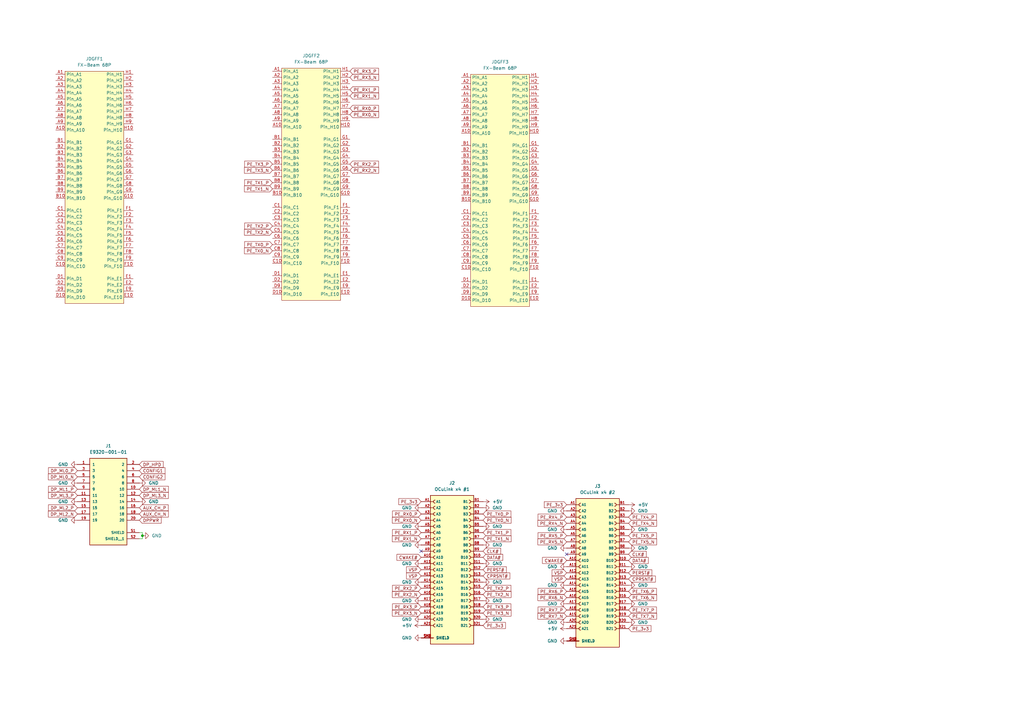
<source format=kicad_sch>
(kicad_sch (version 20231120) (generator "eeschema") (generator_version "8.0")
  (paper "A3")
  (lib_symbols
    (symbol "DGFFAdapterLibrary_RevA:JDGFF"
      (property "Reference" "JDGFF" (at 14.986 1.016 0))
      (property "Value" "FX-Beam 68P" (at 0 -1.27 0))
      (symbol "JDGFF_1_1"
        (rectangle (start 3.81 0) (end 27.94 -95.25) (fill (type background)))
        (pin passive line (at 0 -1.27 0) (length 3.81) (name "Pin_A1") (number "A1"))
        (pin passive line (at 0 -24.13 0) (length 3.81) (name "Pin_A10") (number "A10"))
        (pin passive line (at 0 -3.81 0) (length 3.81) (name "Pin_A2") (number "A2"))
        (pin passive line (at 0 -6.35 0) (length 3.81) (name "Pin_A3") (number "A3"))
        (pin passive line (at 0 -8.89 0) (length 3.81) (name "Pin_A4") (number "A4"))
        (pin passive line (at 0 -11.43 0) (length 3.81) (name "Pin_A5") (number "A5"))
        (pin passive line (at 0 -13.97 0) (length 3.81) (name "Pin_A6") (number "A6"))
        (pin passive line (at 0 -16.51 0) (length 3.81) (name "Pin_A7") (number "A7"))
        (pin passive line (at 0 -19.05 0) (length 3.81) (name "Pin_A8") (number "A8"))
        (pin passive line (at 0 -21.59 0) (length 3.81) (name "Pin_A9") (number "A9"))
        (pin passive line (at 0 -29.21 0) (length 3.81) (name "Pin_B1") (number "B1"))
        (pin passive line (at 0 -52.07 0) (length 3.81) (name "Pin_B10") (number "B10"))
        (pin passive line (at 0 -31.75 0) (length 3.81) (name "Pin_B2") (number "B2"))
        (pin passive line (at 0 -34.29 0) (length 3.81) (name "Pin_B3") (number "B3"))
        (pin passive line (at 0 -36.83 0) (length 3.81) (name "Pin_B4") (number "B4"))
        (pin passive line (at 0 -39.37 0) (length 3.81) (name "Pin_B5") (number "B5"))
        (pin passive line (at 0 -41.91 0) (length 3.81) (name "Pin_B6") (number "B6"))
        (pin passive line (at 0 -44.45 0) (length 3.81) (name "Pin_B7") (number "B7"))
        (pin passive line (at 0 -46.99 0) (length 3.81) (name "Pin_B8") (number "B8"))
        (pin passive line (at 0 -49.53 0) (length 3.81) (name "Pin_B9") (number "B9"))
        (pin passive line (at 0 -57.15 0) (length 3.81) (name "Pin_C1") (number "C1"))
        (pin passive line (at 0 -80.01 0) (length 3.81) (name "Pin_C10") (number "C10"))
        (pin passive line (at 0 -59.69 0) (length 3.81) (name "Pin_C2") (number "C2"))
        (pin passive line (at 0 -62.23 0) (length 3.81) (name "Pin_C3") (number "C3"))
        (pin passive line (at 0 -64.77 0) (length 3.81) (name "Pin_C4") (number "C4"))
        (pin passive line (at 0 -67.31 0) (length 3.81) (name "Pin_C5") (number "C5"))
        (pin passive line (at 0 -69.85 0) (length 3.81) (name "Pin_C6") (number "C6"))
        (pin passive line (at 0 -72.39 0) (length 3.81) (name "Pin_C7") (number "C7"))
        (pin passive line (at 0 -74.93 0) (length 3.81) (name "Pin_C8") (number "C8"))
        (pin passive line (at 0 -77.47 0) (length 3.81) (name "Pin_C9") (number "C9"))
        (pin passive line (at 0 -85.09 0) (length 3.81) (name "Pin_D1") (number "D1"))
        (pin passive line (at 0 -92.71 0) (length 3.81) (name "Pin_D10") (number "D10"))
        (pin passive line (at 0 -87.63 0) (length 3.81) (name "Pin_D2") (number "D2"))
        (pin passive line (at 0 -90.17 0) (length 3.81) (name "Pin_D9") (number "D9"))
        (pin passive line (at 31.75 -85.09 180) (length 3.81) (name "Pin_E1") (number "E1"))
        (pin passive line (at 31.75 -92.71 180) (length 3.81) (name "Pin_E10") (number "E10"))
        (pin passive line (at 31.75 -87.63 180) (length 3.81) (name "Pin_E2") (number "E2"))
        (pin passive line (at 31.75 -90.17 180) (length 3.81) (name "Pin_E9") (number "E9"))
        (pin passive line (at 31.75 -57.15 180) (length 3.81) (name "Pin_F1") (number "F1"))
        (pin passive line (at 31.75 -80.01 180) (length 3.81) (name "Pin_F10") (number "F10"))
        (pin passive line (at 31.75 -59.69 180) (length 3.81) (name "Pin_F2") (number "F2"))
        (pin passive line (at 31.75 -62.23 180) (length 3.81) (name "Pin_F3") (number "F3"))
        (pin passive line (at 31.75 -64.77 180) (length 3.81) (name "Pin_F4") (number "F4"))
        (pin passive line (at 31.75 -67.31 180) (length 3.81) (name "Pin_F5") (number "F5"))
        (pin passive line (at 31.75 -69.85 180) (length 3.81) (name "Pin_F6") (number "F6"))
        (pin passive line (at 31.75 -72.39 180) (length 3.81) (name "Pin_F7") (number "F7"))
        (pin passive line (at 31.75 -74.93 180) (length 3.81) (name "Pin_F8") (number "F8"))
        (pin passive line (at 31.75 -77.47 180) (length 3.81) (name "Pin_F9") (number "F9"))
        (pin passive line (at 31.75 -29.21 180) (length 3.81) (name "Pin_G1") (number "G1"))
        (pin passive line (at 31.75 -52.07 180) (length 3.81) (name "Pin_G10") (number "G10"))
        (pin passive line (at 31.75 -31.75 180) (length 3.81) (name "Pin_G2") (number "G2"))
        (pin passive line (at 31.75 -34.29 180) (length 3.81) (name "Pin_G3") (number "G3"))
        (pin passive line (at 31.75 -36.83 180) (length 3.81) (name "Pin_G4") (number "G4"))
        (pin passive line (at 31.75 -39.37 180) (length 3.81) (name "Pin_G5") (number "G5"))
        (pin passive line (at 31.75 -41.91 180) (length 3.81) (name "Pin_G6") (number "G6"))
        (pin passive line (at 31.75 -44.45 180) (length 3.81) (name "Pin_G7") (number "G7"))
        (pin passive line (at 31.75 -46.99 180) (length 3.81) (name "Pin_G8") (number "G8"))
        (pin passive line (at 31.75 -49.53 180) (length 3.81) (name "Pin_G9") (number "G9"))
        (pin passive line (at 31.75 -1.27 180) (length 3.81) (name "Pin_H1") (number "H1"))
        (pin passive line (at 31.75 -24.13 180) (length 3.81) (name "Pin_H10") (number "H10"))
        (pin passive line (at 31.75 -3.81 180) (length 3.81) (name "Pin_H2") (number "H2"))
        (pin passive line (at 31.75 -6.35 180) (length 3.81) (name "Pin_H3") (number "H3"))
        (pin passive line (at 31.75 -8.89 180) (length 3.81) (name "Pin_H4") (number "H4"))
        (pin passive line (at 31.75 -11.43 180) (length 3.81) (name "Pin_H5") (number "H5"))
        (pin passive line (at 31.75 -13.97 180) (length 3.81) (name "Pin_H6") (number "H6"))
        (pin passive line (at 31.75 -16.51 180) (length 3.81) (name "Pin_H7") (number "H7"))
        (pin passive line (at 31.75 -19.05 180) (length 3.81) (name "Pin_H8") (number "H8"))
        (pin passive line (at 31.75 -21.59 180) (length 3.81) (name "Pin_H9") (number "H9"))
      )
    )
    (symbol "E9320-001-01:E9320-001-01" (pin_names (offset 1.016))
      (property "Reference" "J" (at -7.62 16.51 0))
      (property "Value" "E9320-001-01" (at -7.62 -22.86 0))
      (symbol "E9320-001-01_0_0"
        (rectangle (start -7.62 -20.32) (end 7.62 15.24) (stroke (width 0.254)) (fill (type background)))
        (pin passive line (at -12.7 12.7 0) (length 5.08) (name "1") (number "1"))
        (pin passive line (at 12.7 2.54 180) (length 5.08) (name "10") (number "10"))
        (pin passive line (at -12.7 0 0) (length 5.08) (name "11") (number "11"))
        (pin passive line (at 12.7 0 180) (length 5.08) (name "12") (number "12"))
        (pin passive line (at -12.7 -2.54 0) (length 5.08) (name "13") (number "13"))
        (pin passive line (at 12.7 -2.54 180) (length 5.08) (name "14") (number "14"))
        (pin passive line (at -12.7 -5.08 0) (length 5.08) (name "15") (number "15"))
        (pin passive line (at 12.7 -5.08 180) (length 5.08) (name "16") (number "16"))
        (pin passive line (at -12.7 -7.62 0) (length 5.08) (name "17") (number "17"))
        (pin passive line (at 12.7 -7.62 180) (length 5.08) (name "18") (number "18"))
        (pin passive line (at -12.7 -10.16 0) (length 5.08) (name "19") (number "19"))
        (pin passive line (at 12.7 12.7 180) (length 5.08) (name "2") (number "2"))
        (pin passive line (at 12.7 -10.16 180) (length 5.08) (name "20") (number "20"))
        (pin passive line (at -12.7 10.16 0) (length 5.08) (name "3") (number "3"))
        (pin passive line (at 12.7 10.16 180) (length 5.08) (name "4") (number "4"))
        (pin passive line (at -12.7 7.62 0) (length 5.08) (name "5") (number "5"))
        (pin passive line (at 12.7 7.62 180) (length 5.08) (name "6") (number "6"))
        (pin passive line (at -12.7 5.08 0) (length 5.08) (name "7") (number "7"))
        (pin passive line (at 12.7 5.08 180) (length 5.08) (name "8") (number "8"))
        (pin passive line (at -12.7 2.54 0) (length 5.08) (name "9") (number "9"))
        (pin passive line (at 12.7 -15.24 180) (length 5.08) (name "SHIELD") (number "S1"))
        (pin passive line (at 12.7 -17.78 180) (length 5.08) (name "SHIELD__1") (number "S2"))
      )
    )
    (symbol "Oculink X4:G14A42121B12HR" (pin_names (offset 1.016))
      (property "Reference" "J" (at -7.62 31.242 0))
      (property "Value" "G14A42121B12HR" (at -7.62 -33.02 0))
      (symbol "G14A42121B12HR_0_0"
        (rectangle (start -8.89 -30.48) (end 8.89 30.48) (stroke (width 0.254)) (fill (type background)))
        (arc (start -6.985 -22.225) (mid -7.6172 -22.86) (end -6.985 -23.495) (stroke (width 0.254)))
        (arc (start -6.985 -19.685) (mid -7.6172 -20.32) (end -6.985 -20.955) (stroke (width 0.254)))
        (arc (start -6.985 -17.145) (mid -7.6172 -17.78) (end -6.985 -18.415) (stroke (width 0.254)))
        (arc (start -6.985 -14.605) (mid -7.6172 -15.24) (end -6.985 -15.875) (stroke (width 0.254)))
        (arc (start -6.985 -12.065) (mid -7.6172 -12.7) (end -6.985 -13.335) (stroke (width 0.254)))
        (arc (start -6.985 -9.525) (mid -7.6172 -10.16) (end -6.985 -10.795) (stroke (width 0.254)))
        (arc (start -6.985 -6.985) (mid -7.6172 -7.62) (end -6.985 -8.255) (stroke (width 0.254)))
        (arc (start -6.985 -4.445) (mid -7.6172 -5.08) (end -6.985 -5.715) (stroke (width 0.254)))
        (arc (start -6.985 -1.905) (mid -7.6172 -2.54) (end -6.985 -3.175) (stroke (width 0.254)))
        (arc (start -6.985 0.635) (mid -7.6172 0) (end -6.985 -0.635) (stroke (width 0.254)))
        (arc (start -6.985 3.175) (mid -7.6172 2.54) (end -6.985 1.905) (stroke (width 0.254)))
        (arc (start -6.985 5.715) (mid -7.6172 5.08) (end -6.985 4.445) (stroke (width 0.254)))
        (arc (start -6.985 8.255) (mid -7.6172 7.62) (end -6.985 6.985) (stroke (width 0.254)))
        (arc (start -6.985 10.795) (mid -7.6172 10.16) (end -6.985 9.525) (stroke (width 0.254)))
        (arc (start -6.985 13.335) (mid -7.6172 12.7) (end -6.985 12.065) (stroke (width 0.254)))
        (arc (start -6.985 15.875) (mid -7.6172 15.24) (end -6.985 14.605) (stroke (width 0.254)))
        (arc (start -6.985 18.415) (mid -7.6172 17.78) (end -6.985 17.145) (stroke (width 0.254)))
        (arc (start -6.985 20.955) (mid -7.6172 20.32) (end -6.985 19.685) (stroke (width 0.254)))
        (arc (start -6.985 23.495) (mid -7.6172 22.86) (end -6.985 22.225) (stroke (width 0.254)))
        (arc (start -6.985 26.035) (mid -7.6172 25.4) (end -6.985 24.765) (stroke (width 0.254)))
        (arc (start -6.985 28.575) (mid -7.6172 27.94) (end -6.985 27.305) (stroke (width 0.254)))
        (arc (start 6.985 -23.495) (mid 7.6172 -22.86) (end 6.985 -22.225) (stroke (width 0.254)))
        (arc (start 6.985 -20.955) (mid 7.6172 -20.32) (end 6.985 -19.685) (stroke (width 0.254)))
        (arc (start 6.985 -18.415) (mid 7.6172 -17.78) (end 6.985 -17.145) (stroke (width 0.254)))
        (arc (start 6.985 -15.875) (mid 7.6172 -15.24) (end 6.985 -14.605) (stroke (width 0.254)))
        (arc (start 6.985 -13.335) (mid 7.6172 -12.7) (end 6.985 -12.065) (stroke (width 0.254)))
        (arc (start 6.985 -10.795) (mid 7.6172 -10.16) (end 6.985 -9.525) (stroke (width 0.254)))
        (arc (start 6.985 -8.255) (mid 7.6172 -7.62) (end 6.985 -6.985) (stroke (width 0.254)))
        (arc (start 6.985 -5.715) (mid 7.6172 -5.08) (end 6.985 -4.445) (stroke (width 0.254)))
        (arc (start 6.985 -3.175) (mid 7.6172 -2.54) (end 6.985 -1.905) (stroke (width 0.254)))
        (arc (start 6.985 -0.635) (mid 7.6172 0) (end 6.985 0.635) (stroke (width 0.254)))
        (arc (start 6.985 1.905) (mid 7.6172 2.54) (end 6.985 3.175) (stroke (width 0.254)))
        (arc (start 6.985 4.445) (mid 7.6172 5.08) (end 6.985 5.715) (stroke (width 0.254)))
        (arc (start 6.985 6.985) (mid 7.6172 7.62) (end 6.985 8.255) (stroke (width 0.254)))
        (arc (start 6.985 9.525) (mid 7.6172 10.16) (end 6.985 10.795) (stroke (width 0.254)))
        (arc (start 6.985 12.065) (mid 7.6172 12.7) (end 6.985 13.335) (stroke (width 0.254)))
        (arc (start 6.985 14.605) (mid 7.6172 15.24) (end 6.985 15.875) (stroke (width 0.254)))
        (arc (start 6.985 17.145) (mid 7.6172 17.78) (end 6.985 18.415) (stroke (width 0.254)))
        (arc (start 6.985 19.685) (mid 7.6172 20.32) (end 6.985 20.955) (stroke (width 0.254)))
        (arc (start 6.985 22.225) (mid 7.6172 22.86) (end 6.985 23.495) (stroke (width 0.254)))
        (arc (start 6.985 24.765) (mid 7.6172 25.4) (end 6.985 26.035) (stroke (width 0.254)))
        (arc (start 6.985 27.305) (mid 7.6172 27.94) (end 6.985 28.575) (stroke (width 0.254)))
        (pin passive line (at -12.7 27.94 0) (length 5.08) (name "A1") (number "A1"))
        (pin passive line (at -12.7 5.08 0) (length 5.08) (name "A10") (number "A10"))
        (pin passive line (at -12.7 2.54 0) (length 5.08) (name "A11") (number "A11"))
        (pin passive line (at -12.7 0 0) (length 5.08) (name "A12") (number "A12"))
        (pin passive line (at -12.7 -2.54 0) (length 5.08) (name "A13") (number "A13"))
        (pin passive line (at -12.7 -5.08 0) (length 5.08) (name "A14") (number "A14"))
        (pin passive line (at -12.7 -7.62 0) (length 5.08) (name "A15") (number "A15"))
        (pin passive line (at -12.7 -10.16 0) (length 5.08) (name "A16") (number "A16"))
        (pin passive line (at -12.7 -12.7 0) (length 5.08) (name "A17") (number "A17"))
        (pin passive line (at -12.7 -15.24 0) (length 5.08) (name "A18") (number "A18"))
        (pin passive line (at -12.7 -17.78 0) (length 5.08) (name "A19") (number "A19"))
        (pin passive line (at -12.7 25.4 0) (length 5.08) (name "A2") (number "A2"))
        (pin passive line (at -12.7 -20.32 0) (length 5.08) (name "A20") (number "A20"))
        (pin passive line (at -12.7 -22.86 0) (length 5.08) (name "A21") (number "A21"))
        (pin passive line (at -12.7 22.86 0) (length 5.08) (name "A3") (number "A3"))
        (pin passive line (at -12.7 20.32 0) (length 5.08) (name "A4") (number "A4"))
        (pin passive line (at -12.7 17.78 0) (length 5.08) (name "A5") (number "A5"))
        (pin passive line (at -12.7 15.24 0) (length 5.08) (name "A6") (number "A6"))
        (pin passive line (at -12.7 12.7 0) (length 5.08) (name "A7") (number "A7"))
        (pin passive line (at -12.7 10.16 0) (length 5.08) (name "A8") (number "A8"))
        (pin passive line (at -12.7 7.62 0) (length 5.08) (name "A9") (number "A9"))
        (pin passive line (at 12.7 27.94 180) (length 5.08) (name "B1") (number "B1"))
        (pin passive line (at 12.7 5.08 180) (length 5.08) (name "B10") (number "B10"))
        (pin passive line (at 12.7 2.54 180) (length 5.08) (name "B11") (number "B11"))
        (pin passive line (at 12.7 0 180) (length 5.08) (name "B12") (number "B12"))
        (pin passive line (at 12.7 -2.54 180) (length 5.08) (name "B13") (number "B13"))
        (pin passive line (at 12.7 -5.08 180) (length 5.08) (name "B14") (number "B14"))
        (pin passive line (at 12.7 -7.62 180) (length 5.08) (name "B15") (number "B15"))
        (pin passive line (at 12.7 -10.16 180) (length 5.08) (name "B16") (number "B16"))
        (pin passive line (at 12.7 -12.7 180) (length 5.08) (name "B17") (number "B17"))
        (pin passive line (at 12.7 -15.24 180) (length 5.08) (name "B18") (number "B18"))
        (pin passive line (at 12.7 -17.78 180) (length 5.08) (name "B19") (number "B19"))
        (pin passive line (at 12.7 25.4 180) (length 5.08) (name "B2") (number "B2"))
        (pin passive line (at 12.7 -20.32 180) (length 5.08) (name "B20") (number "B20"))
        (pin passive line (at 12.7 -22.86 180) (length 5.08) (name "B21") (number "B21"))
        (pin passive line (at 12.7 22.86 180) (length 5.08) (name "B3") (number "B3"))
        (pin passive line (at 12.7 20.32 180) (length 5.08) (name "B4") (number "B4"))
        (pin passive line (at 12.7 17.78 180) (length 5.08) (name "B5") (number "B5"))
        (pin passive line (at 12.7 15.24 180) (length 5.08) (name "B6") (number "B6"))
        (pin passive line (at 12.7 12.7 180) (length 5.08) (name "B7") (number "B7"))
        (pin passive line (at 12.7 10.16 180) (length 5.08) (name "B8") (number "B8"))
        (pin passive line (at 12.7 7.62 180) (length 5.08) (name "B9") (number "B9"))
        (pin passive line (at -12.7 -27.94 0) (length 5.08) (name "SHIELD") (number "SH1"))
        (pin passive line (at -12.7 -27.94 0) (length 5.08) (name "SHIELD") (number "SH2"))
        (pin passive line (at -12.7 -27.94 0) (length 5.08) (name "SHIELD") (number "SH3"))
        (pin passive line (at -12.7 -27.94 0) (length 5.08) (name "SHIELD") (number "SH4"))
      )
    )
    (symbol "power:+5V" (power) (pin_numbers hide) (pin_names (offset 0) hide)
      (property "Value" "+5V" (at 0 3.556 0))
      (symbol "+5V_0_1"
        (polyline (pts (xy -0.762 1.27) (xy 0 2.54)))
        (polyline (pts (xy 0 0) (xy 0 2.54)))
        (polyline (pts (xy 0 2.54) (xy 0.762 1.27)))
      )
      (symbol "+5V_1_1"
        (pin power_in line (at 0 0 90) (length 0) (name "~") (number "1"))
      )
    )
    (symbol "power:GND" (power) (pin_numbers hide) (pin_names (offset 0) hide)
      (property "Value" "GND" (at 0 -3.81 0))
      (symbol "GND_0_1"
        (polyline (pts (xy 0 0) (xy 0 -1.27) (xy 1.27 -1.27) (xy 0 -2.54) (xy -1.27 -1.27) (xy 0 -1.27)))
      )
      (symbol "GND_1_1"
        (pin power_in line (at 0 0 270) (length 0) (name "~") (number "1"))
      )
    )
  )
  (junction (at 58.42 219.71))
  (no_connect (at 172.72 226.06))
  (no_connect (at 232.41 227.33))
  (wire (pts (xy 58.42 218.44) (xy 58.42 219.71)))
  (wire (pts (xy 57.15 218.44) (xy 58.42 218.44)))
  (wire (pts (xy 58.42 220.98) (xy 57.15 220.98)))
  (wire (pts (xy 58.42 219.71) (xy 58.42 220.98)))
  (global_label "PE_TX2_N" (shape input) (at 198.12 243.84 0) (property "Intersheetrefs" "${INTERSHEET_REFS}" (effects (hide yes))))
  (global_label "DPPWR" (shape input) (at 57.15 213.36 0) (property "Intersheetrefs" "${INTERSHEET_REFS}" (effects (hide yes))))
  (global_label "PE_RX0_P" (shape input) (at 143.51 44.45 0) (property "Intersheetrefs" "${INTERSHEET_REFS}" (effects (hide yes))))
  (global_label "PERST#" (shape input) (at 198.12 233.68 0) (property "Intersheetrefs" "${INTERSHEET_REFS}" (effects (hide yes))))
  (global_label "PE_TX3_N" (shape input) (at 111.76 69.85 180) (property "Intersheetrefs" "${INTERSHEET_REFS}" (effects (hide yes))))
  (global_label "PE_TX7_N" (shape input) (at 257.81 252.73 0) (property "Intersheetrefs" "${INTERSHEET_REFS}" (effects (hide yes))))
  (global_label "DP_ML3_N" (shape input) (at 57.15 203.2 0) (property "Intersheetrefs" "${INTERSHEET_REFS}" (effects (hide yes))))
  (global_label "PE_RX1_N" (shape input) (at 143.51 39.37 0) (property "Intersheetrefs" "${INTERSHEET_REFS}" (effects (hide yes))))
  (global_label "PE_RX0_N" (shape input) (at 172.72 213.36 180) (property "Intersheetrefs" "${INTERSHEET_REFS}" (effects (hide yes))))
  (global_label "CLK#" (shape input) (at 257.81 227.33 0) (property "Intersheetrefs" "${INTERSHEET_REFS}" (effects (hide yes))))
  (global_label "CPRSNT#" (shape input) (at 257.81 237.49 0) (property "Intersheetrefs" "${INTERSHEET_REFS}" (effects (hide yes))))
  (global_label "PE_RX0_P" (shape input) (at 172.72 210.82 180) (property "Intersheetrefs" "${INTERSHEET_REFS}" (effects (hide yes))))
  (global_label "DP_ML1_N" (shape input) (at 57.15 200.66 0) (property "Intersheetrefs" "${INTERSHEET_REFS}" (effects (hide yes))))
  (global_label "VSP" (shape input) (at 232.41 237.49 180) (property "Intersheetrefs" "${INTERSHEET_REFS}" (effects (hide yes))))
  (global_label "VSP" (shape input) (at 172.72 236.22 180) (property "Intersheetrefs" "${INTERSHEET_REFS}" (effects (hide yes))))
  (global_label "PERST#" (shape input) (at 257.81 234.95 0) (property "Intersheetrefs" "${INTERSHEET_REFS}" (effects (hide yes))))
  (global_label "PE_RX2_P" (shape input) (at 143.51 67.31 0) (property "Intersheetrefs" "${INTERSHEET_REFS}" (effects (hide yes))))
  (global_label "PE_TX0_P" (shape input) (at 111.76 100.33 180) (property "Intersheetrefs" "${INTERSHEET_REFS}" (effects (hide yes))))
  (global_label "AUX_CH_N" (shape input) (at 57.15 210.82 0) (property "Intersheetrefs" "${INTERSHEET_REFS}" (effects (hide yes))))
  (global_label "CPRSNT#" (shape input) (at 198.12 236.22 0) (property "Intersheetrefs" "${INTERSHEET_REFS}" (effects (hide yes))))
  (global_label "PE_TX2_N" (shape input) (at 111.76 95.25 180) (property "Intersheetrefs" "${INTERSHEET_REFS}" (effects (hide yes))))
  (global_label "PE_TX6_P" (shape input) (at 257.81 242.57 0) (property "Intersheetrefs" "${INTERSHEET_REFS}" (effects (hide yes))))
  (global_label "PE_TX0_N" (shape input) (at 111.76 102.87 180) (property "Intersheetrefs" "${INTERSHEET_REFS}" (effects (hide yes))))
  (global_label "PE_TX5_P" (shape input) (at 257.81 219.71 0) (property "Intersheetrefs" "${INTERSHEET_REFS}" (effects (hide yes))))
  (global_label "DATA#" (shape input) (at 257.81 229.87 0) (property "Intersheetrefs" "${INTERSHEET_REFS}" (effects (hide yes))))
  (global_label "PE_RX2_N" (shape input) (at 172.72 243.84 180) (property "Intersheetrefs" "${INTERSHEET_REFS}" (effects (hide yes))))
  (global_label "PE_TX6_N" (shape input) (at 257.81 245.11 0) (property "Intersheetrefs" "${INTERSHEET_REFS}" (effects (hide yes))))
  (global_label "PE_TX4_P" (shape input) (at 257.81 212.09 0) (property "Intersheetrefs" "${INTERSHEET_REFS}" (effects (hide yes))))
  (global_label "CONFIG2" (shape input) (at 57.15 195.58 0) (property "Intersheetrefs" "${INTERSHEET_REFS}" (effects (hide yes))))
  (global_label "PE_RX5_N" (shape input) (at 232.41 222.25 180) (property "Intersheetrefs" "${INTERSHEET_REFS}" (effects (hide yes))))
  (global_label "DP_ML2_P" (shape input) (at 31.75 208.28 180) (property "Intersheetrefs" "${INTERSHEET_REFS}" (effects (hide yes))))
  (global_label "PE_3v3" (shape input) (at 232.41 207.01 180) (property "Intersheetrefs" "${INTERSHEET_REFS}" (effects (hide yes))))
  (global_label "DP_ML3_P" (shape input) (at 31.75 203.2 180) (property "Intersheetrefs" "${INTERSHEET_REFS}" (effects (hide yes))))
  (global_label "PE_RX2_P" (shape input) (at 172.72 241.3 180) (property "Intersheetrefs" "${INTERSHEET_REFS}" (effects (hide yes))))
  (global_label "PE_3v3" (shape input) (at 257.81 257.81 0) (property "Intersheetrefs" "${INTERSHEET_REFS}" (effects (hide yes))))
  (global_label "CWAKE#" (shape input) (at 232.41 229.87 180) (property "Intersheetrefs" "${INTERSHEET_REFS}" (effects (hide yes))))
  (global_label "PE_RX1_N" (shape input) (at 172.72 220.98 180) (property "Intersheetrefs" "${INTERSHEET_REFS}" (effects (hide yes))))
  (global_label "PE_TX3_N" (shape input) (at 198.12 251.46 0) (property "Intersheetrefs" "${INTERSHEET_REFS}" (effects (hide yes))))
  (global_label "PE_RX0_N" (shape input) (at 143.51 46.99 0) (property "Intersheetrefs" "${INTERSHEET_REFS}" (effects (hide yes))))
  (global_label "PE_RX4_N" (shape input) (at 232.41 214.63 180) (property "Intersheetrefs" "${INTERSHEET_REFS}" (effects (hide yes))))
  (global_label "DP_ML1_P" (shape input) (at 31.75 200.66 180) (property "Intersheetrefs" "${INTERSHEET_REFS}" (effects (hide yes))))
  (global_label "PE_TX7_P" (shape input) (at 257.81 250.19 0) (property "Intersheetrefs" "${INTERSHEET_REFS}" (effects (hide yes))))
  (global_label "PE_TX2_P" (shape input) (at 111.76 92.71 180) (property "Intersheetrefs" "${INTERSHEET_REFS}" (effects (hide yes))))
  (global_label "PE_RX3_N" (shape input) (at 143.51 31.75 0) (property "Intersheetrefs" "${INTERSHEET_REFS}" (effects (hide yes))))
  (global_label "PE_TX1_P" (shape input) (at 111.76 74.93 180) (property "Intersheetrefs" "${INTERSHEET_REFS}" (effects (hide yes))))
  (global_label "DP_ML0_P" (shape input) (at 31.75 193.04 180) (property "Intersheetrefs" "${INTERSHEET_REFS}" (effects (hide yes))))
  (global_label "PE_RX7_N" (shape input) (at 232.41 252.73 180) (property "Intersheetrefs" "${INTERSHEET_REFS}" (effects (hide yes))))
  (global_label "PE_RX3_P" (shape input) (at 143.51 29.21 0) (property "Intersheetrefs" "${INTERSHEET_REFS}" (effects (hide yes))))
  (global_label "PE_RX1_P" (shape input) (at 172.72 218.44 180) (property "Intersheetrefs" "${INTERSHEET_REFS}" (effects (hide yes))))
  (global_label "PE_TX4_N" (shape input) (at 257.81 214.63 0) (property "Intersheetrefs" "${INTERSHEET_REFS}" (effects (hide yes))))
  (global_label "CWAKE#" (shape input) (at 172.72 228.6 180) (property "Intersheetrefs" "${INTERSHEET_REFS}" (effects (hide yes))))
  (global_label "PE_RX7_P" (shape input) (at 232.41 250.19 180) (property "Intersheetrefs" "${INTERSHEET_REFS}" (effects (hide yes))))
  (global_label "PE_TX3_P" (shape input) (at 198.12 248.92 0) (property "Intersheetrefs" "${INTERSHEET_REFS}" (effects (hide yes))))
  (global_label "VSP" (shape input) (at 172.72 233.68 180) (property "Intersheetrefs" "${INTERSHEET_REFS}" (effects (hide yes))))
  (global_label "DATA#" (shape input) (at 198.12 228.6 0) (property "Intersheetrefs" "${INTERSHEET_REFS}" (effects (hide yes))))
  (global_label "PE_RX2_N" (shape input) (at 143.51 69.85 0) (property "Intersheetrefs" "${INTERSHEET_REFS}" (effects (hide yes))))
  (global_label "AUX_CH_P" (shape input) (at 57.15 208.28 0) (property "Intersheetrefs" "${INTERSHEET_REFS}" (effects (hide yes))))
  (global_label "CLK#" (shape input) (at 198.12 226.06 0) (property "Intersheetrefs" "${INTERSHEET_REFS}" (effects (hide yes))))
  (global_label "PE_TX1_N" (shape input) (at 111.76 77.47 180) (property "Intersheetrefs" "${INTERSHEET_REFS}" (effects (hide yes))))
  (global_label "PE_TX0_N" (shape input) (at 198.12 213.36 0) (property "Intersheetrefs" "${INTERSHEET_REFS}" (effects (hide yes))))
  (global_label "PE_RX4_P" (shape input) (at 232.41 212.09 180) (property "Intersheetrefs" "${INTERSHEET_REFS}" (effects (hide yes))))
  (global_label "PE_TX1_N" (shape input) (at 198.12 220.98 0) (property "Intersheetrefs" "${INTERSHEET_REFS}" (effects (hide yes))))
  (global_label "PE_TX0_P" (shape input) (at 198.12 210.82 0) (property "Intersheetrefs" "${INTERSHEET_REFS}" (effects (hide yes))))
  (global_label "VSP" (shape input) (at 232.41 234.95 180) (property "Intersheetrefs" "${INTERSHEET_REFS}" (effects (hide yes))))
  (global_label "CONFIG1" (shape input) (at 57.15 193.04 0) (property "Intersheetrefs" "${INTERSHEET_REFS}" (effects (hide yes))))
  (global_label "PE_RX6_P" (shape input) (at 232.41 242.57 180) (property "Intersheetrefs" "${INTERSHEET_REFS}" (effects (hide yes))))
  (global_label "PE_3v3" (shape input) (at 198.12 256.54 0) (property "Intersheetrefs" "${INTERSHEET_REFS}" (effects (hide yes))))
  (global_label "PE_3v3" (shape input) (at 172.72 205.74 180) (property "Intersheetrefs" "${INTERSHEET_REFS}" (effects (hide yes))))
  (global_label "PE_TX1_P" (shape input) (at 198.12 218.44 0) (property "Intersheetrefs" "${INTERSHEET_REFS}" (effects (hide yes))))
  (global_label "PE_TX3_P" (shape input) (at 111.76 67.31 180) (property "Intersheetrefs" "${INTERSHEET_REFS}" (effects (hide yes))))
  (global_label "PE_RX1_P" (shape input) (at 143.51 36.83 0) (property "Intersheetrefs" "${INTERSHEET_REFS}" (effects (hide yes))))
  (global_label "PE_TX5_N" (shape input) (at 257.81 222.25 0) (property "Intersheetrefs" "${INTERSHEET_REFS}" (effects (hide yes))))
  (global_label "PE_RX5_P" (shape input) (at 232.41 219.71 180) (property "Intersheetrefs" "${INTERSHEET_REFS}" (effects (hide yes))))
  (global_label "DP_HPD" (shape input) (at 57.15 190.5 0) (property "Intersheetrefs" "${INTERSHEET_REFS}" (effects (hide yes))))
  (global_label "PE_RX3_P" (shape input) (at 172.72 248.92 180) (property "Intersheetrefs" "${INTERSHEET_REFS}" (effects (hide yes))))
  (global_label "PE_RX6_N" (shape input) (at 232.41 245.11 180) (property "Intersheetrefs" "${INTERSHEET_REFS}" (effects (hide yes))))
  (global_label "DP_ML2_N" (shape input) (at 31.75 210.82 180) (property "Intersheetrefs" "${INTERSHEET_REFS}" (effects (hide yes))))
  (global_label "PE_TX2_P" (shape input) (at 198.12 241.3 0) (property "Intersheetrefs" "${INTERSHEET_REFS}" (effects (hide yes))))
  (global_label "DP_ML0_N" (shape input) (at 31.75 195.58 180) (property "Intersheetrefs" "${INTERSHEET_REFS}" (effects (hide yes))))
  (global_label "PE_RX3_N" (shape input) (at 172.72 251.46 180) (property "Intersheetrefs" "${INTERSHEET_REFS}" (effects (hide yes))))
  (symbol (lib_id "power:GND") (at 232.41 262.89 270) (unit 1)
    (property "Reference" "#PWR034" (effects (hide yes)))
    (property "Value" "GND" (at 228.6 262.8899 90) (effects (justify right)))
    (property "Description" "Power symbol creates a global label with name \"GND\" , ground" (effects (hide yes)))
  )
  (symbol (lib_id "power:GND") (at 232.41 255.27 270) (unit 1)
    (property "Reference" "#PWR033" (effects (hide yes)))
    (property "Value" "GND" (at 228.6 255.2699 90) (effects (justify right)))
    (property "Description" "Power symbol creates a global label with name \"GND\" , ground" (effects (hide yes)))
  )
  (symbol (lib_id "power:GND") (at 57.15 205.74 90) (unit 1)
    (property "Reference" "#PWR010" (effects (hide yes)))
    (property "Value" "GND" (at 60.96 205.7399 90) (effects (justify right)))
    (property "Description" "Power symbol creates a global label with name \"GND\" , ground" (effects (hide yes)))
  )
  (symbol (lib_id "power:GND") (at 31.75 198.12 270) (unit 1)
    (property "Reference" "#PWR07" (effects (hide yes)))
    (property "Value" "GND" (at 27.94 198.1199 90) (effects (justify right)))
    (property "Description" "Power symbol creates a global label with name \"GND\" , ground" (effects (hide yes)))
  )
  (symbol (lib_id "power:GND") (at 198.12 215.9 90) (unit 1)
    (property "Reference" "#PWR025" (effects (hide yes)))
    (property "Value" "GND" (at 201.93 215.8999 90) (effects (justify right)))
    (property "Description" "Power symbol creates a global label with name \"GND\" , ground" (effects (hide yes)))
  )
  (symbol (lib_id "power:+5V") (at 198.12 205.74 270) (unit 1)
    (property "Reference" "#PWR02" (effects (hide yes)))
    (property "Value" "+5V" (at 201.93 205.7399 90) (effects (justify left)))
    (property "Description" "Power symbol creates a global label with name \"+5V\"" (effects (hide yes)))
  )
  (symbol (lib_id "power:GND") (at 257.81 255.27 90) (unit 1)
    (property "Reference" "#PWR035" (effects (hide yes)))
    (property "Value" "GND" (at 261.62 255.2699 90) (effects (justify right)))
    (property "Description" "Power symbol creates a global label with name \"GND\" , ground" (effects (hide yes)))
  )
  (symbol (lib_id "DGFFAdapterLibrary_RevA:JDGFF") (at 111.76 27.94 0) (unit 1)
    (property "Reference" "JDGFF2" (at 127.635 22.86 0))
    (property "Value" "FX-Beam 68P" (at 127.635 25.4 0))
    (property "Footprint" "DGFFAdapterLibrary_RevA:FXBeam_68P" (effects (hide yes)))
  )
  (symbol (lib_id "E9320-001-01:E9320-001-01") (at 44.45 203.2 0) (unit 1)
    (property "Reference" "J1" (at 44.45 182.88 0))
    (property "Value" "E9320-001-01" (at 44.45 185.42 0))
    (property "Footprint" "E9320_001_01MiniDP:PULSE_E9320-001-01" (effects (hide yes)))
    (property "PARTREV" "01" (effects (hide yes)))
    (property "MANUFACTURER" "Pulse Electronics" (effects (hide yes)))
    (property "MAXIMUM_PACKAGE_HEIGHT" "8.95 mm" (effects (hide yes)))
    (property "STANDARD" "Manufacturer Recommendations" (effects (hide yes)))
  )
  (symbol (lib_id "power:GND") (at 31.75 190.5 270) (unit 1)
    (property "Reference" "#PWR06" (effects (hide yes)))
    (property "Value" "GND" (at 27.94 190.4999 90) (effects (justify right)))
    (property "Description" "Power symbol creates a global label with name \"GND\" , ground" (effects (hide yes)))
  )
  (symbol (lib_id "power:GND") (at 198.12 223.52 90) (unit 1)
    (property "Reference" "#PWR024" (effects (hide yes)))
    (property "Value" "GND" (at 201.93 223.5199 90) (effects (justify right)))
    (property "Description" "Power symbol creates a global label with name \"GND\" , ground" (effects (hide yes)))
  )
  (symbol (lib_id "power:GND") (at 257.81 224.79 90) (unit 1)
    (property "Reference" "#PWR039" (effects (hide yes)))
    (property "Value" "GND" (at 261.62 224.7899 90) (effects (justify right)))
    (property "Description" "Power symbol creates a global label with name \"GND\" , ground" (effects (hide yes)))
  )
  (symbol (lib_id "power:+5V") (at 257.81 207.01 270) (unit 1)
    (property "Reference" "#PWR04" (effects (hide yes)))
    (property "Value" "+5V" (at 261.62 207.0099 90) (effects (justify left)))
    (property "Description" "Power symbol creates a global label with name \"+5V\"" (effects (hide yes)))
  )
  (symbol (lib_id "power:GND") (at 172.72 208.28 270) (unit 1)
    (property "Reference" "#PWR012" (effects (hide yes)))
    (property "Value" "GND" (at 168.91 208.2799 90) (effects (justify right)))
    (property "Description" "Power symbol creates a global label with name \"GND\" , ground" (effects (hide yes)))
  )
  (symbol (lib_id "power:GND") (at 172.72 215.9 270) (unit 1)
    (property "Reference" "#PWR013" (effects (hide yes)))
    (property "Value" "GND" (at 168.91 215.8999 90) (effects (justify right)))
    (property "Description" "Power symbol creates a global label with name \"GND\" , ground" (effects (hide yes)))
  )
  (symbol (lib_id "power:GND") (at 172.72 254 270) (unit 1)
    (property "Reference" "#PWR018" (effects (hide yes)))
    (property "Value" "GND" (at 168.91 253.9999 90) (effects (justify right)))
    (property "Description" "Power symbol creates a global label with name \"GND\" , ground" (effects (hide yes)))
  )
  (symbol (lib_id "power:GND") (at 198.12 231.14 90) (unit 1)
    (property "Reference" "#PWR023" (effects (hide yes)))
    (property "Value" "GND" (at 201.93 231.1399 90) (effects (justify right)))
    (property "Description" "Power symbol creates a global label with name \"GND\" , ground" (effects (hide yes)))
  )
  (symbol (lib_id "power:GND") (at 172.72 238.76 270) (unit 1)
    (property "Reference" "#PWR016" (effects (hide yes)))
    (property "Value" "GND" (at 168.91 238.7599 90) (effects (justify right)))
    (property "Description" "Power symbol creates a global label with name \"GND\" , ground" (effects (hide yes)))
  )
  (symbol (lib_id "power:GND") (at 257.81 232.41 90) (unit 1)
    (property "Reference" "#PWR038" (effects (hide yes)))
    (property "Value" "GND" (at 261.62 232.4099 90) (effects (justify right)))
    (property "Description" "Power symbol creates a global label with name \"GND\" , ground" (effects (hide yes)))
  )
  (symbol (lib_id "Oculink X4:G14A42121B12HR") (at 185.42 233.68 0) (unit 1)
    (property "Reference" "J2" (at 185.42 198.12 0))
    (property "Value" "OCuLink x4 #1" (at 185.42 200.66 0))
    (property "Footprint" "G14A42121B12HROculink:AMPHENOL_G14A42121B12HR" (effects (hide yes)))
    (property "MF" "Amphenol Commercial Products" (effects (hide yes)))
    (property "MAXIMUM_PACKAGE_HEIGHT" "3.9mm" (effects (hide yes)))
    (property "Package" "None" (effects (hide yes)))
    (property "Price" "None" (effects (hide yes)))
    (property "Check_prices" "https://www.snapeda.com/parts/G14A42121B12HR/Amphenol/view-part/?ref=eda" (effects (hide yes)))
    (property "STANDARD" "Manufacturer Recommendations" (effects (hide yes)))
    (property "PARTREV" "D" (effects (hide yes)))
    (property "SnapEDA_Link" "https://www.snapeda.com/parts/G14A42121B12HR/Amphenol/view-part/?ref=snap" (effects (hide yes)))
    (property "MP" "G14A42121B12HR" (effects (hide yes)))
    (property "Description_1" "\nOCULINK RECEPTACLE Right Angle SMT shell leg DIP length 2.1mm tape and reel package\n" (effects (hide yes)))
    (property "Availability" "In Stock" (effects (hide yes)))
    (property "MANUFACTURER" "Amphenol" (effects (hide yes)))
  )
  (symbol (lib_id "power:+5V") (at 232.41 257.81 90) (unit 1)
    (property "Reference" "#PWR03" (effects (hide yes)))
    (property "Value" "+5V" (at 228.6 257.8099 90) (effects (justify left)))
    (property "Description" "Power symbol creates a global label with name \"+5V\"" (effects (hide yes)))
  )
  (symbol (lib_id "power:GND") (at 257.81 217.17 90) (unit 1)
    (property "Reference" "#PWR040" (effects (hide yes)))
    (property "Value" "GND" (at 261.62 217.1699 90) (effects (justify right)))
    (property "Description" "Power symbol creates a global label with name \"GND\" , ground" (effects (hide yes)))
  )
  (symbol (lib_id "power:GND") (at 31.75 213.36 270) (unit 1)
    (property "Reference" "#PWR09" (effects (hide yes)))
    (property "Value" "GND" (at 27.94 213.3599 90) (effects (justify right)))
    (property "Description" "Power symbol creates a global label with name \"GND\" , ground" (effects (hide yes)))
  )
  (symbol (lib_id "power:GND") (at 232.41 240.03 270) (unit 1)
    (property "Reference" "#PWR031" (effects (hide yes)))
    (property "Value" "GND" (at 228.6 240.0299 90) (effects (justify right)))
    (property "Description" "Power symbol creates a global label with name \"GND\" , ground" (effects (hide yes)))
  )
  (symbol (lib_id "power:GND") (at 257.81 209.55 90) (unit 1)
    (property "Reference" "#PWR041" (effects (hide yes)))
    (property "Value" "GND" (at 261.62 209.5499 90) (effects (justify right)))
    (property "Description" "Power symbol creates a global label with name \"GND\" , ground" (effects (hide yes)))
  )
  (symbol (lib_id "power:GND") (at 232.41 224.79 270) (unit 1)
    (property "Reference" "#PWR029" (effects (hide yes)))
    (property "Value" "GND" (at 228.6 224.7899 90) (effects (justify right)))
    (property "Description" "Power symbol creates a global label with name \"GND\" , ground" (effects (hide yes)))
  )
  (symbol (lib_id "power:GND") (at 232.41 232.41 270) (unit 1)
    (property "Reference" "#PWR030" (effects (hide yes)))
    (property "Value" "GND" (at 228.6 232.4099 90) (effects (justify right)))
    (property "Description" "Power symbol creates a global label with name \"GND\" , ground" (effects (hide yes)))
  )
  (symbol (lib_id "power:GND") (at 232.41 217.17 270) (unit 1)
    (property "Reference" "#PWR028" (effects (hide yes)))
    (property "Value" "GND" (at 228.6 217.1699 90) (effects (justify right)))
    (property "Description" "Power symbol creates a global label with name \"GND\" , ground" (effects (hide yes)))
  )
  (symbol (lib_id "DGFFAdapterLibrary_RevA:JDGFF") (at 189.23 30.48 0) (unit 1)
    (property "Reference" "JDGFF3" (at 205.105 25.4 0))
    (property "Value" "FX-Beam 68P" (at 205.105 27.94 0))
    (property "Footprint" "DGFFAdapterLibrary_RevA:FXBeam_68P" (effects (hide yes)))
  )
  (symbol (lib_id "power:GND") (at 172.72 261.62 270) (unit 1)
    (property "Reference" "#PWR019" (effects (hide yes)))
    (property "Value" "GND" (at 168.91 261.6199 90) (effects (justify right)))
    (property "Description" "Power symbol creates a global label with name \"GND\" , ground" (effects (hide yes)))
  )
  (symbol (lib_id "power:GND") (at 172.72 223.52 270) (unit 1)
    (property "Reference" "#PWR014" (effects (hide yes)))
    (property "Value" "GND" (at 168.91 223.5199 90) (effects (justify right)))
    (property "Description" "Power symbol creates a global label with name \"GND\" , ground" (effects (hide yes)))
  )
  (symbol (lib_id "power:GND") (at 172.72 246.38 270) (unit 1)
    (property "Reference" "#PWR017" (effects (hide yes)))
    (property "Value" "GND" (at 168.91 246.3799 90) (effects (justify right)))
    (property "Description" "Power symbol creates a global label with name \"GND\" , ground" (effects (hide yes)))
  )
  (symbol (lib_id "power:GND") (at 58.42 219.71 90) (unit 1)
    (property "Reference" "#PWR05" (effects (hide yes)))
    (property "Value" "GND" (at 62.23 219.7099 90) (effects (justify right)))
    (property "Description" "Power symbol creates a global label with name \"GND\" , ground" (effects (hide yes)))
  )
  (symbol (lib_id "power:GND") (at 257.81 247.65 90) (unit 1)
    (property "Reference" "#PWR037" (effects (hide yes)))
    (property "Value" "GND" (at 261.62 247.6499 90) (effects (justify right)))
    (property "Description" "Power symbol creates a global label with name \"GND\" , ground" (effects (hide yes)))
  )
  (symbol (lib_id "power:GND") (at 198.12 208.28 90) (unit 1)
    (property "Reference" "#PWR026" (effects (hide yes)))
    (property "Value" "GND" (at 201.93 208.2799 90) (effects (justify right)))
    (property "Description" "Power symbol creates a global label with name \"GND\" , ground" (effects (hide yes)))
  )
  (symbol (lib_id "DGFFAdapterLibrary_RevA:JDGFF") (at 22.86 29.21 0) (unit 1)
    (property "Reference" "JDGFF1" (at 38.735 24.13 0))
    (property "Value" "FX-Beam 68P" (at 38.735 26.67 0))
    (property "Footprint" "DGFFAdapterLibrary_RevA:FXBeam_68P" (effects (hide yes)))
  )
  (symbol (lib_id "power:GND") (at 232.41 209.55 270) (unit 1)
    (property "Reference" "#PWR027" (effects (hide yes)))
    (property "Value" "GND" (at 228.6 209.5499 90) (effects (justify right)))
    (property "Description" "Power symbol creates a global label with name \"GND\" , ground" (effects (hide yes)))
  )
  (symbol (lib_id "power:GND") (at 198.12 246.38 90) (unit 1)
    (property "Reference" "#PWR021" (effects (hide yes)))
    (property "Value" "GND" (at 201.93 246.3799 90) (effects (justify right)))
    (property "Description" "Power symbol creates a global label with name \"GND\" , ground" (effects (hide yes)))
  )
  (symbol (lib_id "power:GND") (at 31.75 205.74 270) (unit 1)
    (property "Reference" "#PWR08" (effects (hide yes)))
    (property "Value" "GND" (at 27.94 205.7399 90) (effects (justify right)))
    (property "Description" "Power symbol creates a global label with name \"GND\" , ground" (effects (hide yes)))
  )
  (symbol (lib_id "power:GND") (at 232.41 247.65 270) (unit 1)
    (property "Reference" "#PWR032" (effects (hide yes)))
    (property "Value" "GND" (at 228.6 247.6499 90) (effects (justify right)))
    (property "Description" "Power symbol creates a global label with name \"GND\" , ground" (effects (hide yes)))
  )
  (symbol (lib_id "power:+5V") (at 172.72 256.54 90) (unit 1)
    (property "Reference" "#PWR01" (effects (hide yes)))
    (property "Value" "+5V" (at 168.91 256.5399 90) (effects (justify left)))
    (property "Description" "Power symbol creates a global label with name \"+5V\"" (effects (hide yes)))
  )
  (symbol (lib_id "Oculink X4:G14A42121B12HR") (at 245.11 234.95 0) (unit 1)
    (property "Reference" "J3" (at 245.11 199.39 0))
    (property "Value" "OCuLink x4 #2" (at 245.11 201.93 0))
    (property "Footprint" "G14A42121B12HROculink:AMPHENOL_G14A42121B12HR" (effects (hide yes)))
    (property "MF" "Amphenol Commercial Products" (effects (hide yes)))
    (property "MAXIMUM_PACKAGE_HEIGHT" "3.9mm" (effects (hide yes)))
    (property "Package" "None" (effects (hide yes)))
    (property "Price" "None" (effects (hide yes)))
    (property "Check_prices" "https://www.snapeda.com/parts/G14A42121B12HR/Amphenol/view-part/?ref=eda" (effects (hide yes)))
    (property "STANDARD" "Manufacturer Recommendations" (effects (hide yes)))
    (property "PARTREV" "D" (effects (hide yes)))
    (property "SnapEDA_Link" "https://www.snapeda.com/parts/G14A42121B12HR/Amphenol/view-part/?ref=snap" (effects (hide yes)))
    (property "MP" "G14A42121B12HR" (effects (hide yes)))
    (property "Description_1" "\nOCULINK RECEPTACLE Right Angle SMT shell leg DIP length 2.1mm tape and reel package\n" (effects (hide yes)))
    (property "Availability" "In Stock" (effects (hide yes)))
    (property "MANUFACTURER" "Amphenol" (effects (hide yes)))
  )
  (symbol (lib_id "power:GND") (at 198.12 254 90) (unit 1)
    (property "Reference" "#PWR020" (effects (hide yes)))
    (property "Value" "GND" (at 201.93 253.9999 90) (effects (justify right)))
    (property "Description" "Power symbol creates a global label with name \"GND\" , ground" (effects (hide yes)))
  )
  (symbol (lib_id "power:GND") (at 172.72 231.14 270) (unit 1)
    (property "Reference" "#PWR015" (effects (hide yes)))
    (property "Value" "GND" (at 168.91 231.1399 90) (effects (justify right)))
    (property "Description" "Power symbol creates a global label with name \"GND\" , ground" (effects (hide yes)))
  )
  (symbol (lib_id "power:GND") (at 198.12 238.76 90) (unit 1)
    (property "Reference" "#PWR022" (effects (hide yes)))
    (property "Value" "GND" (at 201.93 238.7599 90) (effects (justify right)))
    (property "Description" "Power symbol creates a global label with name \"GND\" , ground" (effects (hide yes)))
  )
  (symbol (lib_id "power:GND") (at 57.15 198.12 90) (unit 1)
    (property "Reference" "#PWR011" (effects (hide yes)))
    (property "Value" "GND" (at 60.96 198.1199 90) (effects (justify right)))
    (property "Description" "Power symbol creates a global label with name \"GND\" , ground" (effects (hide yes)))
  )
  (symbol (lib_id "power:GND") (at 257.81 240.03 90) (unit 1)
    (property "Reference" "#PWR036" (effects (hide yes)))
    (property "Value" "GND" (at 261.62 240.0299 90) (effects (justify right)))
    (property "Description" "Power symbol creates a global label with name \"GND\" , ground" (effects (hide yes)))
  )
)
</source>
